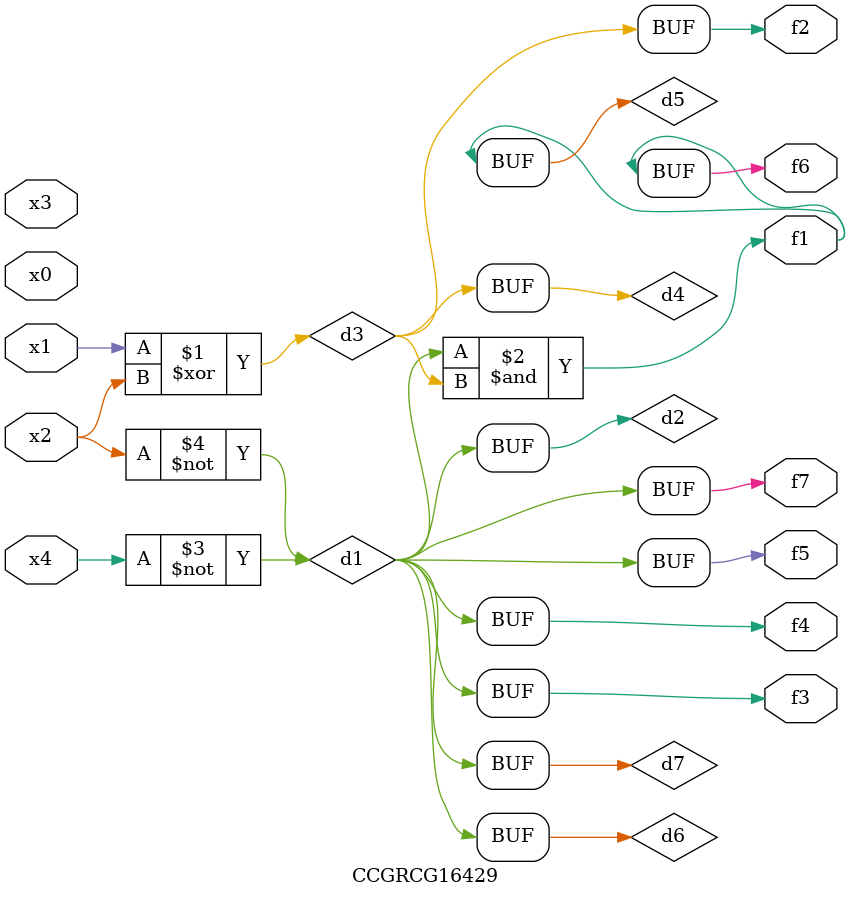
<source format=v>
module CCGRCG16429(
	input x0, x1, x2, x3, x4,
	output f1, f2, f3, f4, f5, f6, f7
);

	wire d1, d2, d3, d4, d5, d6, d7;

	not (d1, x4);
	not (d2, x2);
	xor (d3, x1, x2);
	buf (d4, d3);
	and (d5, d1, d3);
	buf (d6, d1, d2);
	buf (d7, d2);
	assign f1 = d5;
	assign f2 = d4;
	assign f3 = d7;
	assign f4 = d7;
	assign f5 = d7;
	assign f6 = d5;
	assign f7 = d7;
endmodule

</source>
